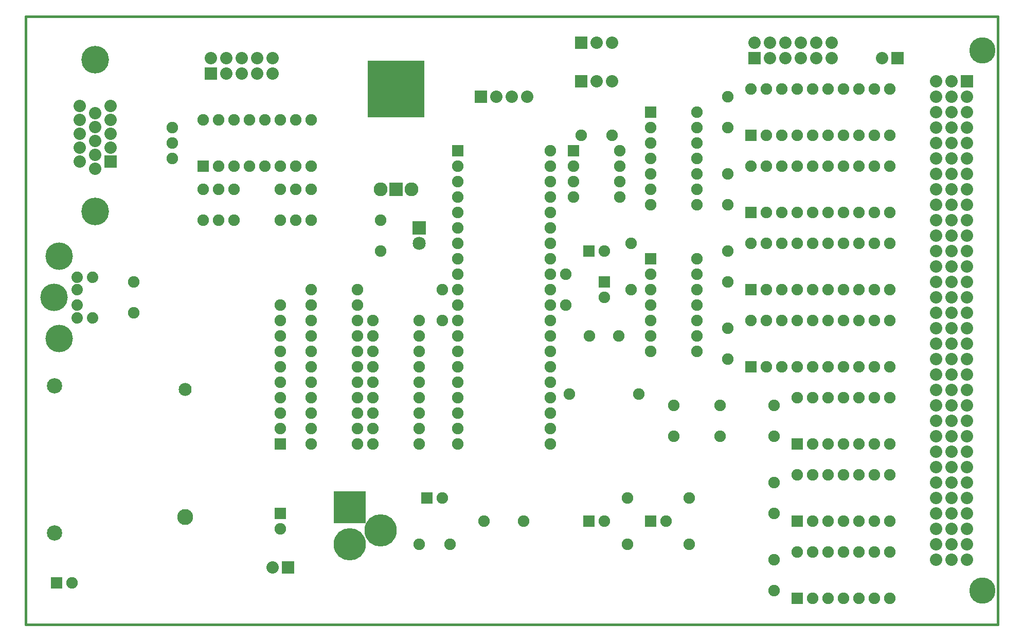
<source format=gbs>
G04 (created by PCBNEW (2013-07-07 BZR 4022)-stable) date 2/23/2014 9:12:01 AM*
%MOIN*%
G04 Gerber Fmt 3.4, Leading zero omitted, Abs format*
%FSLAX34Y34*%
G01*
G70*
G90*
G04 APERTURE LIST*
%ADD10C,0.00590551*%
%ADD11C,0.015*%
%ADD12C,0.075*%
%ADD13R,0.075X0.075*%
%ADD14R,0.08X0.08*%
%ADD15C,0.08*%
%ADD16R,0.37X0.37*%
%ADD17C,0.09*%
%ADD18R,0.09X0.09*%
%ADD19C,0.074*%
%ADD20C,0.1775*%
%ADD21C,0.1794*%
%ADD22C,0.084*%
%ADD23C,0.103*%
%ADD24C,0.099*%
%ADD25C,0.209*%
%ADD26R,0.209X0.209*%
%ADD27C,0.17*%
%ADD28R,0.085X0.085*%
%ADD29C,0.085*%
G04 APERTURE END LIST*
G54D10*
G54D11*
X20000Y-59700D02*
X83000Y-59700D01*
X20000Y-20300D02*
X20000Y-59700D01*
X83000Y-20300D02*
X20000Y-20300D01*
X83000Y-59700D02*
X83000Y-20300D01*
G54D12*
X52280Y-53000D03*
X49720Y-53000D03*
G54D13*
X36500Y-48000D03*
G54D12*
X36500Y-47000D03*
X36500Y-46000D03*
X36500Y-45000D03*
X36500Y-44000D03*
X36500Y-43000D03*
X36500Y-42000D03*
X36500Y-41000D03*
X36500Y-40000D03*
X36500Y-39000D03*
X41500Y-39000D03*
X38500Y-39000D03*
X41500Y-43000D03*
X38500Y-43000D03*
X41500Y-40000D03*
X38500Y-40000D03*
X41500Y-41000D03*
X38500Y-41000D03*
X41500Y-42000D03*
X38500Y-42000D03*
X41500Y-44000D03*
X38500Y-44000D03*
X41500Y-45000D03*
X38500Y-45000D03*
X41500Y-46000D03*
X38500Y-46000D03*
X41500Y-47000D03*
X38500Y-47000D03*
X41500Y-48000D03*
X38500Y-48000D03*
X45500Y-40000D03*
X42500Y-40000D03*
X45500Y-41000D03*
X42500Y-41000D03*
X42500Y-42000D03*
X45500Y-42000D03*
X45500Y-43000D03*
X42500Y-43000D03*
X42500Y-44000D03*
X45500Y-44000D03*
X45500Y-45000D03*
X42500Y-45000D03*
X45500Y-46000D03*
X42500Y-46000D03*
X42500Y-47000D03*
X45500Y-47000D03*
X42500Y-48000D03*
X45500Y-48000D03*
X41500Y-38000D03*
X38500Y-38000D03*
G54D14*
X67250Y-23000D03*
G54D15*
X67250Y-22000D03*
X68250Y-23000D03*
X68250Y-22000D03*
X69250Y-23000D03*
X69250Y-22000D03*
X70250Y-23000D03*
X70250Y-22000D03*
X71250Y-23000D03*
X71250Y-22000D03*
X72250Y-23000D03*
X72250Y-22000D03*
G54D14*
X49500Y-25500D03*
G54D15*
X50500Y-25500D03*
X51500Y-25500D03*
X52500Y-25500D03*
G54D14*
X56000Y-24500D03*
G54D15*
X57000Y-24500D03*
X58000Y-24500D03*
G54D14*
X56000Y-22000D03*
G54D15*
X57000Y-22000D03*
X58000Y-22000D03*
G54D16*
X44000Y-25000D03*
G54D17*
X43000Y-31500D03*
G54D18*
X44000Y-31500D03*
G54D17*
X45000Y-31500D03*
G54D13*
X55500Y-29000D03*
G54D12*
X55500Y-30000D03*
X55500Y-31000D03*
X55500Y-32000D03*
X58500Y-32000D03*
X58500Y-31000D03*
X58500Y-30000D03*
X58500Y-29000D03*
G54D13*
X48000Y-29000D03*
G54D12*
X48000Y-30000D03*
X48000Y-31000D03*
X48000Y-32000D03*
X48000Y-33000D03*
X48000Y-34000D03*
X48000Y-35000D03*
X48000Y-36000D03*
X48000Y-37000D03*
X48000Y-38000D03*
X48000Y-39000D03*
X48000Y-40000D03*
X48000Y-41000D03*
X48000Y-42000D03*
X48000Y-43000D03*
X48000Y-44000D03*
X48000Y-45000D03*
X48000Y-46000D03*
X48000Y-47000D03*
X48000Y-48000D03*
X54000Y-48000D03*
X54000Y-47000D03*
X54000Y-46000D03*
X54000Y-45000D03*
X54000Y-44000D03*
X54000Y-43000D03*
X54000Y-42000D03*
X54000Y-41000D03*
X54000Y-40000D03*
X54000Y-39000D03*
X54000Y-38000D03*
X54000Y-37000D03*
X54000Y-36000D03*
X54000Y-35000D03*
X54000Y-34000D03*
X54000Y-33000D03*
X54000Y-32000D03*
X54000Y-31000D03*
X54000Y-30000D03*
X54000Y-29000D03*
G54D13*
X67000Y-28000D03*
G54D12*
X68000Y-28000D03*
X69000Y-28000D03*
X70000Y-28000D03*
X71000Y-28000D03*
X72000Y-28000D03*
X73000Y-28000D03*
X74000Y-28000D03*
X75000Y-28000D03*
X76000Y-28000D03*
X76000Y-25000D03*
X75000Y-25000D03*
X74000Y-25000D03*
X73000Y-25000D03*
X72000Y-25000D03*
X71000Y-25000D03*
X70000Y-25000D03*
X69000Y-25000D03*
X68000Y-25000D03*
X67000Y-25000D03*
G54D13*
X67000Y-38000D03*
G54D12*
X68000Y-38000D03*
X69000Y-38000D03*
X70000Y-38000D03*
X71000Y-38000D03*
X72000Y-38000D03*
X73000Y-38000D03*
X74000Y-38000D03*
X75000Y-38000D03*
X76000Y-38000D03*
X76000Y-35000D03*
X75000Y-35000D03*
X74000Y-35000D03*
X73000Y-35000D03*
X72000Y-35000D03*
X71000Y-35000D03*
X70000Y-35000D03*
X69000Y-35000D03*
X68000Y-35000D03*
X67000Y-35000D03*
G54D13*
X67000Y-33000D03*
G54D12*
X68000Y-33000D03*
X69000Y-33000D03*
X70000Y-33000D03*
X71000Y-33000D03*
X72000Y-33000D03*
X73000Y-33000D03*
X74000Y-33000D03*
X75000Y-33000D03*
X76000Y-33000D03*
X76000Y-30000D03*
X75000Y-30000D03*
X74000Y-30000D03*
X73000Y-30000D03*
X72000Y-30000D03*
X71000Y-30000D03*
X70000Y-30000D03*
X69000Y-30000D03*
X68000Y-30000D03*
X67000Y-30000D03*
G54D13*
X67000Y-43000D03*
G54D12*
X68000Y-43000D03*
X69000Y-43000D03*
X70000Y-43000D03*
X71000Y-43000D03*
X72000Y-43000D03*
X73000Y-43000D03*
X74000Y-43000D03*
X75000Y-43000D03*
X76000Y-43000D03*
X76000Y-40000D03*
X75000Y-40000D03*
X74000Y-40000D03*
X73000Y-40000D03*
X72000Y-40000D03*
X71000Y-40000D03*
X70000Y-40000D03*
X69000Y-40000D03*
X68000Y-40000D03*
X67000Y-40000D03*
G54D13*
X31500Y-30000D03*
G54D12*
X32500Y-30000D03*
X33500Y-30000D03*
X34500Y-30000D03*
X35500Y-30000D03*
X36500Y-30000D03*
X37500Y-30000D03*
X38500Y-30000D03*
X38500Y-27000D03*
X37500Y-27000D03*
X36500Y-27000D03*
X35500Y-27000D03*
X34500Y-27000D03*
X33500Y-27000D03*
X32500Y-27000D03*
X31500Y-27000D03*
G54D13*
X70000Y-53000D03*
G54D12*
X71000Y-53000D03*
X72000Y-53000D03*
X73000Y-53000D03*
X74000Y-53000D03*
X75000Y-53000D03*
X76000Y-53000D03*
X76000Y-50000D03*
X75000Y-50000D03*
X74000Y-50000D03*
X73000Y-50000D03*
X72000Y-50000D03*
X71000Y-50000D03*
X70000Y-50000D03*
G54D13*
X70000Y-58000D03*
G54D12*
X71000Y-58000D03*
X72000Y-58000D03*
X73000Y-58000D03*
X74000Y-58000D03*
X75000Y-58000D03*
X76000Y-58000D03*
X76000Y-55000D03*
X75000Y-55000D03*
X74000Y-55000D03*
X73000Y-55000D03*
X72000Y-55000D03*
X71000Y-55000D03*
X70000Y-55000D03*
G54D13*
X70000Y-48000D03*
G54D12*
X71000Y-48000D03*
X72000Y-48000D03*
X73000Y-48000D03*
X74000Y-48000D03*
X75000Y-48000D03*
X76000Y-48000D03*
X76000Y-45000D03*
X75000Y-45000D03*
X74000Y-45000D03*
X73000Y-45000D03*
X72000Y-45000D03*
X71000Y-45000D03*
X70000Y-45000D03*
G54D13*
X60500Y-26500D03*
G54D12*
X60500Y-27500D03*
X60500Y-28500D03*
X60500Y-29500D03*
X60500Y-30500D03*
X60500Y-31500D03*
X60500Y-32500D03*
X63500Y-32500D03*
X63500Y-31500D03*
X63500Y-30500D03*
X63500Y-29500D03*
X63500Y-28500D03*
X63500Y-27500D03*
X63500Y-26500D03*
G54D13*
X60500Y-36000D03*
G54D12*
X60500Y-37000D03*
X60500Y-38000D03*
X60500Y-39000D03*
X60500Y-40000D03*
X60500Y-41000D03*
X60500Y-42000D03*
X63500Y-42000D03*
X63500Y-41000D03*
X63500Y-40000D03*
X63500Y-39000D03*
X63500Y-38000D03*
X63500Y-37000D03*
X63500Y-36000D03*
X56539Y-41000D03*
X58461Y-41000D03*
X55250Y-44750D03*
X59750Y-44750D03*
G54D19*
X23350Y-37988D03*
X23350Y-39012D03*
X24331Y-39819D03*
X24331Y-37181D03*
X23350Y-37181D03*
X23350Y-39819D03*
G54D20*
X21850Y-38500D03*
X22169Y-41161D03*
X22169Y-35839D03*
G54D21*
X24500Y-23081D03*
X24500Y-32919D03*
G54D14*
X25500Y-29709D03*
G54D15*
X25500Y-28807D03*
X25500Y-27902D03*
X25500Y-27000D03*
X25500Y-26098D03*
X24500Y-27451D03*
X24500Y-28352D03*
X24500Y-29254D03*
X24500Y-30156D03*
X24500Y-26549D03*
X23500Y-29709D03*
X23500Y-28807D03*
X23500Y-27902D03*
X23500Y-27000D03*
X23500Y-26098D03*
G54D12*
X68500Y-55500D03*
X68500Y-57500D03*
X55000Y-37000D03*
X55000Y-39000D03*
X65500Y-42500D03*
X65500Y-40500D03*
X47000Y-40000D03*
X47000Y-38000D03*
X68500Y-50500D03*
X68500Y-52500D03*
X68500Y-45500D03*
X68500Y-47500D03*
X58000Y-28000D03*
X56000Y-28000D03*
X27000Y-39500D03*
X27000Y-37500D03*
X43000Y-33500D03*
X43000Y-35500D03*
X45500Y-54500D03*
X47500Y-54500D03*
G54D14*
X76500Y-23000D03*
G54D15*
X75500Y-23000D03*
G54D13*
X46000Y-51500D03*
G54D12*
X47000Y-51500D03*
G54D13*
X57500Y-37500D03*
G54D12*
X57500Y-38500D03*
G54D13*
X36500Y-52500D03*
G54D12*
X36500Y-53500D03*
X31500Y-33500D03*
X33500Y-33500D03*
X32500Y-33500D03*
X36500Y-31500D03*
X38500Y-31500D03*
X37500Y-31500D03*
X65500Y-30500D03*
X65500Y-32500D03*
X36500Y-33500D03*
X38500Y-33500D03*
X37500Y-33500D03*
X65500Y-25500D03*
X65500Y-27500D03*
X31500Y-31500D03*
X33500Y-31500D03*
X32500Y-31500D03*
X65500Y-35500D03*
X65500Y-37500D03*
G54D22*
X30350Y-44474D03*
G54D23*
X30350Y-52742D03*
G54D24*
X21885Y-53766D03*
X21885Y-44238D03*
G54D12*
X29500Y-27500D03*
X29500Y-29500D03*
X29500Y-28500D03*
G54D14*
X32000Y-24000D03*
G54D15*
X32000Y-23000D03*
X33000Y-24000D03*
X33000Y-23000D03*
X34000Y-24000D03*
X34000Y-23000D03*
X35000Y-24000D03*
X35000Y-23000D03*
X36000Y-24000D03*
X36000Y-23000D03*
G54D25*
X41000Y-54500D03*
G54D26*
X41000Y-52100D03*
G54D25*
X43000Y-53600D03*
G54D14*
X37000Y-56000D03*
G54D15*
X36000Y-56000D03*
G54D14*
X81000Y-24500D03*
G54D15*
X81000Y-25500D03*
X81000Y-26500D03*
X81000Y-27500D03*
X81000Y-28500D03*
X81000Y-29500D03*
X81000Y-30500D03*
X81000Y-31500D03*
X81000Y-32500D03*
X81000Y-33500D03*
X81000Y-34500D03*
X81000Y-35500D03*
X81000Y-36500D03*
X81000Y-37500D03*
X81000Y-38500D03*
X81000Y-39500D03*
X81000Y-40500D03*
X81000Y-41500D03*
X81000Y-42500D03*
X81000Y-43500D03*
X81000Y-44500D03*
X81000Y-45500D03*
X81000Y-46500D03*
X81000Y-47500D03*
X81000Y-48500D03*
X81000Y-49500D03*
X81000Y-50500D03*
X81000Y-51500D03*
X81000Y-52500D03*
X81000Y-53500D03*
X81000Y-54500D03*
X81000Y-55500D03*
X80000Y-24500D03*
X80000Y-25500D03*
X80000Y-26500D03*
X80000Y-27500D03*
X80000Y-28500D03*
X80000Y-29500D03*
X80000Y-30500D03*
X80000Y-31500D03*
X80000Y-32500D03*
X80000Y-33500D03*
X80000Y-34500D03*
X80000Y-35500D03*
X80000Y-36500D03*
X80000Y-37500D03*
X80000Y-38500D03*
X80000Y-39500D03*
X80000Y-40500D03*
X80000Y-41500D03*
X80000Y-42500D03*
X80000Y-43500D03*
X80000Y-44500D03*
X80000Y-45500D03*
X80000Y-46500D03*
X80000Y-47500D03*
X80000Y-48500D03*
X80000Y-49500D03*
X80000Y-50500D03*
X80000Y-51500D03*
X80000Y-52500D03*
X80000Y-53500D03*
X80000Y-54500D03*
X80000Y-55500D03*
X79000Y-24500D03*
X79000Y-25500D03*
X79000Y-26500D03*
X79000Y-27500D03*
X79000Y-28500D03*
X79000Y-29500D03*
X79000Y-30500D03*
X79000Y-31500D03*
X79000Y-32500D03*
X79000Y-33500D03*
X79000Y-34500D03*
X79000Y-35500D03*
X79000Y-36500D03*
X79000Y-37500D03*
X79000Y-38500D03*
X79000Y-39500D03*
X79000Y-40500D03*
X79000Y-41500D03*
X79000Y-42500D03*
X79000Y-43500D03*
X79000Y-44500D03*
X79000Y-45500D03*
X79000Y-46500D03*
X79000Y-47500D03*
X79000Y-48500D03*
X79000Y-49500D03*
X79000Y-50500D03*
X79000Y-51500D03*
X79000Y-52500D03*
X79000Y-53500D03*
X79000Y-54500D03*
X79000Y-55500D03*
G54D27*
X82000Y-57500D03*
X82000Y-22500D03*
G54D12*
X59000Y-51500D03*
X59000Y-54500D03*
X63000Y-51500D03*
X63000Y-54500D03*
X59250Y-35000D03*
X59250Y-38000D03*
X62000Y-47500D03*
X62000Y-45500D03*
X65000Y-47500D03*
X65000Y-45500D03*
G54D13*
X22000Y-57000D03*
G54D12*
X23000Y-57000D03*
G54D13*
X56500Y-53000D03*
G54D12*
X57500Y-53000D03*
G54D13*
X60500Y-53000D03*
G54D12*
X61500Y-53000D03*
G54D13*
X56500Y-35500D03*
G54D12*
X57500Y-35500D03*
G54D28*
X45500Y-34000D03*
G54D29*
X45500Y-35000D03*
M02*

</source>
